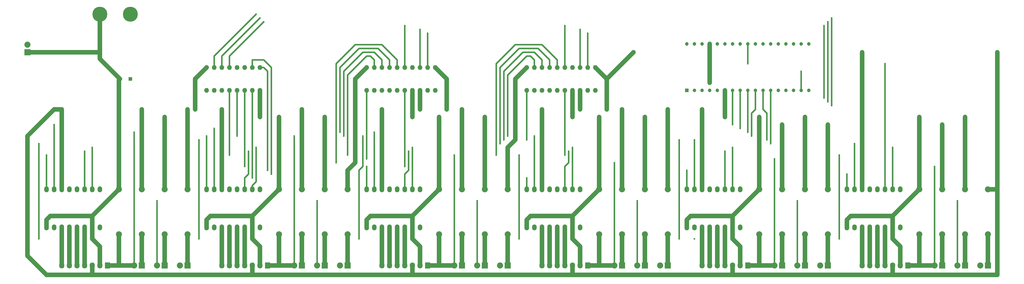
<source format=gbl>
G04 #@! TF.FileFunction,Copper,L2,Bot,Signal*
%FSLAX46Y46*%
G04 Gerber Fmt 4.6, Leading zero omitted, Abs format (unit mm)*
G04 Created by KiCad (PCBNEW 4.0.3-stable) date 09/06/16 09:06:52*
%MOMM*%
%LPD*%
G01*
G04 APERTURE LIST*
%ADD10C,0.100000*%
%ADD11O,1.600000X1.600000*%
%ADD12C,1.200000*%
%ADD13R,1.200000X1.200000*%
%ADD14C,1.998980*%
%ADD15C,1.300000*%
%ADD16R,1.300000X1.300000*%
%ADD17R,1.727200X2.032000*%
%ADD18O,1.727200X2.032000*%
%ADD19R,2.032000X2.032000*%
%ADD20O,2.032000X2.032000*%
%ADD21O,1.500000X2.000000*%
%ADD22C,5.001260*%
%ADD23C,0.600000*%
%ADD24C,1.500000*%
%ADD25C,0.500000*%
G04 APERTURE END LIST*
D10*
D11*
X214630000Y-104140000D03*
X217170000Y-104140000D03*
X219710000Y-104140000D03*
X222250000Y-104140000D03*
X224790000Y-104140000D03*
X227330000Y-104140000D03*
X229870000Y-104140000D03*
X232410000Y-104140000D03*
X234950000Y-104140000D03*
X237490000Y-104140000D03*
X237490000Y-96520000D03*
X234950000Y-96520000D03*
X232410000Y-96520000D03*
X229870000Y-96520000D03*
X227330000Y-96520000D03*
X224790000Y-96520000D03*
X222250000Y-96520000D03*
X219710000Y-96520000D03*
X217170000Y-96520000D03*
X214630000Y-96520000D03*
D12*
X267970000Y-88644000D03*
X270510000Y-88644000D03*
X273050000Y-88644000D03*
X275590000Y-88644000D03*
X278130000Y-88644000D03*
X280670000Y-88644000D03*
X283210000Y-88644000D03*
X285750000Y-88644000D03*
X288290000Y-88644000D03*
X290830000Y-88644000D03*
X293370000Y-88644000D03*
X295910000Y-88644000D03*
X298450000Y-88644000D03*
X300990000Y-88644000D03*
X303530000Y-88644000D03*
X306070000Y-88644000D03*
X308610000Y-88644000D03*
D13*
X267970000Y-104136000D03*
D12*
X270510000Y-104136000D03*
X273050000Y-104136000D03*
X275590000Y-104136000D03*
X278130000Y-104136000D03*
X280670000Y-104136000D03*
X283210000Y-104136000D03*
X285750000Y-104136000D03*
X288290000Y-104136000D03*
X290830000Y-104136000D03*
X293370000Y-104136000D03*
X295910000Y-104136000D03*
X298450000Y-104136000D03*
X300990000Y-104136000D03*
X303530000Y-104136000D03*
X306070000Y-104136000D03*
X308610000Y-104136000D03*
D14*
X353060000Y-137160000D03*
X353060000Y-152160000D03*
D15*
X79050000Y-100330000D03*
D16*
X82550000Y-100330000D03*
D17*
X74930000Y-162560000D03*
D18*
X72390000Y-162560000D03*
X69850000Y-162560000D03*
X67310000Y-162560000D03*
X64770000Y-162560000D03*
X62230000Y-162560000D03*
X59690000Y-162560000D03*
D19*
X86360000Y-162560000D03*
D20*
X83820000Y-162560000D03*
D19*
X93980000Y-162560000D03*
D20*
X91440000Y-162560000D03*
D19*
X101600000Y-162560000D03*
D20*
X99060000Y-162560000D03*
D17*
X128270000Y-162560000D03*
D18*
X125730000Y-162560000D03*
X123190000Y-162560000D03*
X120650000Y-162560000D03*
X118110000Y-162560000D03*
X115570000Y-162560000D03*
X113030000Y-162560000D03*
D19*
X139700000Y-162560000D03*
D20*
X137160000Y-162560000D03*
D11*
X107950000Y-104140000D03*
X110490000Y-104140000D03*
X113030000Y-104140000D03*
X115570000Y-104140000D03*
X118110000Y-104140000D03*
X120650000Y-104140000D03*
X123190000Y-104140000D03*
X125730000Y-104140000D03*
X125730000Y-96520000D03*
X123190000Y-96520000D03*
X120650000Y-96520000D03*
X118110000Y-96520000D03*
X115570000Y-96520000D03*
X113030000Y-96520000D03*
X110490000Y-96520000D03*
X107950000Y-96520000D03*
D19*
X147320000Y-162560000D03*
D20*
X144780000Y-162560000D03*
D19*
X154940000Y-162560000D03*
D20*
X152400000Y-162560000D03*
D17*
X181610000Y-162560000D03*
D18*
X179070000Y-162560000D03*
X176530000Y-162560000D03*
X173990000Y-162560000D03*
X171450000Y-162560000D03*
X168910000Y-162560000D03*
X166370000Y-162560000D03*
D19*
X193040000Y-162560000D03*
D20*
X190500000Y-162560000D03*
D11*
X161290000Y-104140000D03*
X163830000Y-104140000D03*
X166370000Y-104140000D03*
X168910000Y-104140000D03*
X171450000Y-104140000D03*
X173990000Y-104140000D03*
X176530000Y-104140000D03*
X179070000Y-104140000D03*
X181610000Y-104140000D03*
X184150000Y-104140000D03*
X184150000Y-96520000D03*
X181610000Y-96520000D03*
X179070000Y-96520000D03*
X176530000Y-96520000D03*
X173990000Y-96520000D03*
X171450000Y-96520000D03*
X168910000Y-96520000D03*
X166370000Y-96520000D03*
X163830000Y-96520000D03*
X161290000Y-96520000D03*
D19*
X200660000Y-162560000D03*
D20*
X198120000Y-162560000D03*
D19*
X208280000Y-162560000D03*
D20*
X205740000Y-162560000D03*
D17*
X234950000Y-162560000D03*
D18*
X232410000Y-162560000D03*
X229870000Y-162560000D03*
X227330000Y-162560000D03*
X224790000Y-162560000D03*
X222250000Y-162560000D03*
X219710000Y-162560000D03*
D19*
X246380000Y-162560000D03*
D20*
X243840000Y-162560000D03*
D19*
X254000000Y-162560000D03*
D20*
X251460000Y-162560000D03*
D19*
X261620000Y-162560000D03*
D20*
X259080000Y-162560000D03*
D17*
X288290000Y-162560000D03*
D18*
X285750000Y-162560000D03*
X283210000Y-162560000D03*
X280670000Y-162560000D03*
X278130000Y-162560000D03*
X275590000Y-162560000D03*
X273050000Y-162560000D03*
D19*
X299720000Y-162560000D03*
D20*
X297180000Y-162560000D03*
D19*
X307340000Y-162560000D03*
D20*
X304800000Y-162560000D03*
D19*
X314960000Y-162560000D03*
D20*
X312420000Y-162560000D03*
D17*
X341630000Y-162560000D03*
D18*
X339090000Y-162560000D03*
X336550000Y-162560000D03*
X334010000Y-162560000D03*
X331470000Y-162560000D03*
X328930000Y-162560000D03*
X326390000Y-162560000D03*
D19*
X353060000Y-162560000D03*
D20*
X350520000Y-162560000D03*
D19*
X360680000Y-162560000D03*
D20*
X358140000Y-162560000D03*
D19*
X368300000Y-162560000D03*
D20*
X365760000Y-162560000D03*
D14*
X78740000Y-137160000D03*
X78740000Y-152160000D03*
X86360000Y-137160000D03*
X86360000Y-152160000D03*
X93980000Y-137160000D03*
X93980000Y-152160000D03*
X101600000Y-137160000D03*
X101600000Y-152160000D03*
X132080000Y-137160000D03*
X132080000Y-152160000D03*
X139700000Y-137160000D03*
X139700000Y-152160000D03*
X147320000Y-137160000D03*
X147320000Y-152160000D03*
X154940000Y-137160000D03*
X154940000Y-152160000D03*
X185420000Y-137160000D03*
X185420000Y-152160000D03*
X193040000Y-137160000D03*
X193040000Y-152160000D03*
X200660000Y-137160000D03*
X200660000Y-152160000D03*
X208280000Y-137160000D03*
X208280000Y-152160000D03*
X238760000Y-137160000D03*
X238760000Y-152160000D03*
X246380000Y-137160000D03*
X246380000Y-152160000D03*
X254000000Y-137160000D03*
X254000000Y-152160000D03*
X261620000Y-137160000D03*
X261620000Y-152160000D03*
X292100000Y-137160000D03*
X292100000Y-152160000D03*
X299720000Y-137160000D03*
X299720000Y-152160000D03*
X307340000Y-137160000D03*
X307340000Y-152160000D03*
X314960000Y-137160000D03*
X314960000Y-152160000D03*
X345440000Y-137160000D03*
X345440000Y-152160000D03*
X360680000Y-137160000D03*
X360680000Y-152160000D03*
X368300000Y-137160000D03*
X368300000Y-152160000D03*
D21*
X72390000Y-149860000D03*
X72390000Y-137160000D03*
X69850000Y-149860000D03*
X69850000Y-137160000D03*
X67310000Y-149860000D03*
X67310000Y-137160000D03*
X64770000Y-149860000D03*
X64770000Y-137160000D03*
X62230000Y-149860000D03*
X62230000Y-137160000D03*
X59690000Y-149860000D03*
X59690000Y-137160000D03*
X57150000Y-149860000D03*
X57150000Y-137160000D03*
X54610000Y-149860000D03*
X54610000Y-137160000D03*
X125730000Y-149860000D03*
X125730000Y-137160000D03*
X123190000Y-149860000D03*
X123190000Y-137160000D03*
X120650000Y-149860000D03*
X120650000Y-137160000D03*
X118110000Y-149860000D03*
X118110000Y-137160000D03*
X115570000Y-149860000D03*
X115570000Y-137160000D03*
X113030000Y-149860000D03*
X113030000Y-137160000D03*
X110490000Y-149860000D03*
X110490000Y-137160000D03*
X107950000Y-149860000D03*
X107950000Y-137160000D03*
X179070000Y-149860000D03*
X179070000Y-137160000D03*
X176530000Y-149860000D03*
X176530000Y-137160000D03*
X173990000Y-149860000D03*
X173990000Y-137160000D03*
X171450000Y-149860000D03*
X171450000Y-137160000D03*
X168910000Y-149860000D03*
X168910000Y-137160000D03*
X166370000Y-149860000D03*
X166370000Y-137160000D03*
X163830000Y-149860000D03*
X163830000Y-137160000D03*
X161290000Y-149860000D03*
X161290000Y-137160000D03*
X232410000Y-149860000D03*
X232410000Y-137160000D03*
X229870000Y-149860000D03*
X229870000Y-137160000D03*
X227330000Y-149860000D03*
X227330000Y-137160000D03*
X224790000Y-149860000D03*
X224790000Y-137160000D03*
X222250000Y-149860000D03*
X222250000Y-137160000D03*
X219710000Y-149860000D03*
X219710000Y-137160000D03*
X217170000Y-149860000D03*
X217170000Y-137160000D03*
X214630000Y-149860000D03*
X214630000Y-137160000D03*
X285750000Y-149860000D03*
X285750000Y-137160000D03*
X283210000Y-149860000D03*
X283210000Y-137160000D03*
X280670000Y-149860000D03*
X280670000Y-137160000D03*
X278130000Y-149860000D03*
X278130000Y-137160000D03*
X275590000Y-149860000D03*
X275590000Y-137160000D03*
X273050000Y-149860000D03*
X273050000Y-137160000D03*
X270510000Y-149860000D03*
X270510000Y-137160000D03*
X267970000Y-149860000D03*
X267970000Y-137160000D03*
X339090000Y-149860000D03*
X339090000Y-137160000D03*
X336550000Y-149860000D03*
X336550000Y-137160000D03*
X334010000Y-149860000D03*
X334010000Y-137160000D03*
X331470000Y-149860000D03*
X331470000Y-137160000D03*
X328930000Y-149860000D03*
X328930000Y-137160000D03*
X326390000Y-149860000D03*
X326390000Y-137160000D03*
X323850000Y-149860000D03*
X323850000Y-137160000D03*
X321310000Y-149860000D03*
X321310000Y-137160000D03*
D22*
X72390000Y-78740000D03*
X82550000Y-78740000D03*
D19*
X48260000Y-91440000D03*
D20*
X48260000Y-88900000D03*
D23*
X360680000Y-113030000D03*
X307340000Y-113030000D03*
X254000000Y-113030000D03*
X200660000Y-113030000D03*
X147320000Y-113030000D03*
X93980000Y-113030000D03*
X280670000Y-113030000D03*
X176530000Y-113030000D03*
X229870000Y-113030000D03*
X238760000Y-113030000D03*
X275590000Y-101600000D03*
X125730000Y-113030000D03*
X345440000Y-113030000D03*
X292100000Y-113030000D03*
X185420000Y-113030000D03*
X132080000Y-113030000D03*
X78740000Y-113030000D03*
X283210000Y-123190000D03*
X229870000Y-123190000D03*
X124460000Y-123190000D03*
X176530000Y-123190000D03*
X336550000Y-123190000D03*
X69850000Y-123190000D03*
X280670000Y-124460000D03*
X228600000Y-124460000D03*
X121920000Y-124460000D03*
X175260000Y-124460000D03*
X334010000Y-124460000D03*
X67310000Y-124460000D03*
X288290000Y-95250000D03*
X334010000Y-95250000D03*
X173990000Y-137160000D03*
X371475000Y-115570000D03*
X353060000Y-115570000D03*
X299720000Y-115570000D03*
X246380000Y-110490000D03*
X193040000Y-110490000D03*
X139700000Y-110490000D03*
X86360000Y-110490000D03*
X101600000Y-110490000D03*
X261620000Y-110490000D03*
X326390000Y-115570000D03*
X314960000Y-115570000D03*
X326390000Y-91440000D03*
X273050000Y-110490000D03*
X219710000Y-110490000D03*
X166370000Y-110490000D03*
X113030000Y-110490000D03*
X59690000Y-110490000D03*
X250190000Y-91440000D03*
X371475000Y-91440000D03*
X104140000Y-110490000D03*
X157480000Y-110490000D03*
X179070000Y-110490000D03*
X187960000Y-110490000D03*
X210820000Y-110490000D03*
X241300000Y-110490000D03*
X232410000Y-110490000D03*
X173990000Y-82550000D03*
X227330000Y-82550000D03*
X179070000Y-83820000D03*
X232410000Y-83820000D03*
X181610000Y-85090000D03*
X234950000Y-85090000D03*
X313690000Y-106680000D03*
X127000000Y-81280000D03*
X313690000Y-82550000D03*
X314960000Y-107950000D03*
X125730000Y-80010000D03*
X314960000Y-81280000D03*
X316230000Y-109220000D03*
X124460000Y-78740000D03*
X316230000Y-80010000D03*
X306070000Y-97790000D03*
X52070000Y-153670000D03*
X52070000Y-121920000D03*
X205740000Y-121920000D03*
X91440000Y-140970000D03*
X283210000Y-115570000D03*
X57150000Y-115570000D03*
X54610000Y-125730000D03*
X115570000Y-125730000D03*
X83820000Y-118110000D03*
X152400000Y-118110000D03*
X105410000Y-153670000D03*
X105410000Y-120650000D03*
X207010000Y-120650000D03*
X144780000Y-140970000D03*
X110490000Y-116840000D03*
X285750000Y-116840000D03*
X107950000Y-119380000D03*
X118110000Y-119380000D03*
X137160000Y-119380000D03*
X153670000Y-119380000D03*
X120650000Y-129540000D03*
X161290000Y-129540000D03*
X214630000Y-133350000D03*
X123190000Y-133350000D03*
X267970000Y-130810000D03*
X128270000Y-130810000D03*
X321310000Y-132080000D03*
X129540000Y-132080000D03*
X158750000Y-153670000D03*
X160020000Y-119380000D03*
X208280000Y-119380000D03*
X198120000Y-140970000D03*
X163830000Y-118110000D03*
X288290000Y-118110000D03*
X190500000Y-125730000D03*
X154940000Y-125730000D03*
X297180000Y-127000000D03*
X161290000Y-127000000D03*
X350520000Y-129540000D03*
X173990000Y-129540000D03*
X243840000Y-128270000D03*
X151130000Y-128270000D03*
X212090000Y-153670000D03*
X212090000Y-125730000D03*
X204470000Y-125730000D03*
X251460000Y-140970000D03*
X217170000Y-119380000D03*
X289560000Y-119380000D03*
X270510000Y-153670000D03*
X265430000Y-153670000D03*
X265430000Y-120650000D03*
X214630000Y-120650000D03*
X318770000Y-125730000D03*
X227330000Y-125730000D03*
X318770000Y-153670000D03*
X304800000Y-140970000D03*
X270510000Y-120650000D03*
X294640000Y-120650000D03*
X358140000Y-140970000D03*
X323850000Y-121920000D03*
X295910000Y-121920000D03*
D24*
X176530000Y-146050000D02*
X185420000Y-137160000D01*
X360680000Y-137160000D02*
X360680000Y-113030000D01*
X307340000Y-137160000D02*
X307340000Y-113030000D01*
X254000000Y-137160000D02*
X254000000Y-113030000D01*
X200660000Y-137160000D02*
X200660000Y-113030000D01*
X147320000Y-137160000D02*
X147320000Y-113030000D01*
X93980000Y-137160000D02*
X93980000Y-113030000D01*
X280670000Y-104136000D02*
X280670000Y-113030000D01*
X176530000Y-104140000D02*
X176530000Y-113030000D01*
X229870000Y-104140000D02*
X229870000Y-113030000D01*
X238760000Y-137160000D02*
X238760000Y-113030000D01*
X275590000Y-88644000D02*
X275590000Y-101600000D01*
X48260000Y-91440000D02*
X72390000Y-91440000D01*
X125730000Y-104140000D02*
X125730000Y-113030000D01*
X345440000Y-113030000D02*
X345440000Y-137160000D01*
X292100000Y-137160000D02*
X292100000Y-113030000D01*
X185420000Y-137160000D02*
X185420000Y-113030000D01*
X132080000Y-137160000D02*
X132080000Y-113030000D01*
X72390000Y-78740000D02*
X72390000Y-91440000D01*
X72390000Y-91440000D02*
X72390000Y-93670000D01*
X72390000Y-93670000D02*
X79050000Y-100330000D01*
X78740000Y-113030000D02*
X78740000Y-100640000D01*
X78740000Y-100640000D02*
X79050000Y-100330000D01*
X78740000Y-113030000D02*
X78740000Y-137160000D01*
X336550000Y-149860000D02*
X336550000Y-153670000D01*
X339090000Y-156210000D02*
X339090000Y-162560000D01*
X336550000Y-153670000D02*
X339090000Y-156210000D01*
X283210000Y-149860000D02*
X283210000Y-153670000D01*
X285750000Y-156210000D02*
X285750000Y-162560000D01*
X283210000Y-153670000D02*
X285750000Y-156210000D01*
X229870000Y-149860000D02*
X229870000Y-153670000D01*
X232410000Y-156210000D02*
X232410000Y-162560000D01*
X229870000Y-153670000D02*
X232410000Y-156210000D01*
X176530000Y-149860000D02*
X176530000Y-153670000D01*
X179070000Y-156210000D02*
X179070000Y-162560000D01*
X176530000Y-153670000D02*
X179070000Y-156210000D01*
X123190000Y-149860000D02*
X123190000Y-153670000D01*
X125730000Y-156210000D02*
X125730000Y-162560000D01*
X123190000Y-153670000D02*
X125730000Y-156210000D01*
X336550000Y-146050000D02*
X322580000Y-146050000D01*
X321310000Y-147320000D02*
X321310000Y-149860000D01*
X322580000Y-146050000D02*
X321310000Y-147320000D01*
X345440000Y-137160000D02*
X336550000Y-146050000D01*
X336550000Y-146050000D02*
X336550000Y-149860000D01*
X283210000Y-146050000D02*
X269240000Y-146050000D01*
X267970000Y-147320000D02*
X267970000Y-149860000D01*
X269240000Y-146050000D02*
X267970000Y-147320000D01*
X292100000Y-137160000D02*
X283210000Y-146050000D01*
X283210000Y-146050000D02*
X283210000Y-149860000D01*
X229870000Y-146050000D02*
X215900000Y-146050000D01*
X214630000Y-147320000D02*
X214630000Y-149860000D01*
X215900000Y-146050000D02*
X214630000Y-147320000D01*
X238760000Y-137160000D02*
X229870000Y-146050000D01*
X229870000Y-146050000D02*
X229870000Y-149860000D01*
X162560000Y-146050000D02*
X161290000Y-147320000D01*
X176530000Y-146050000D02*
X162560000Y-146050000D01*
X161290000Y-147320000D02*
X161290000Y-149860000D01*
X176530000Y-149860000D02*
X176530000Y-146050000D01*
X123190000Y-146050000D02*
X109220000Y-146050000D01*
X107950000Y-147320000D02*
X107950000Y-149860000D01*
X109220000Y-146050000D02*
X107950000Y-147320000D01*
X132080000Y-137160000D02*
X123190000Y-146050000D01*
X123190000Y-146050000D02*
X123190000Y-149860000D01*
X69850000Y-146050000D02*
X55880000Y-146050000D01*
X54610000Y-147320000D02*
X54610000Y-149860000D01*
X55880000Y-146050000D02*
X54610000Y-147320000D01*
X69850000Y-149860000D02*
X69850000Y-146050000D01*
X69850000Y-146050000D02*
X78740000Y-137160000D01*
X69850000Y-149860000D02*
X69850000Y-153670000D01*
X72390000Y-156210000D02*
X72390000Y-162560000D01*
X69850000Y-153670000D02*
X72390000Y-156210000D01*
D25*
X283210000Y-137160000D02*
X283210000Y-123190000D01*
X229870000Y-137160000D02*
X229870000Y-123190000D01*
X123190000Y-137160000D02*
X123190000Y-135890000D01*
X124460000Y-134620000D02*
X124460000Y-123190000D01*
X123190000Y-135890000D02*
X124460000Y-134620000D01*
X176530000Y-137160000D02*
X176530000Y-123190000D01*
X69850000Y-137160000D02*
X69850000Y-123190000D01*
X336550000Y-123190000D02*
X336550000Y-137160000D01*
X280670000Y-137160000D02*
X280670000Y-124460000D01*
X227330000Y-137160000D02*
X227330000Y-129540000D01*
X228600000Y-128270000D02*
X228600000Y-124460000D01*
X227330000Y-129540000D02*
X228600000Y-128270000D01*
X120650000Y-137160000D02*
X120650000Y-133350000D01*
X121920000Y-132080000D02*
X121920000Y-124460000D01*
X120650000Y-133350000D02*
X121920000Y-132080000D01*
X173990000Y-137160000D02*
X173990000Y-132080000D01*
X175260000Y-130810000D02*
X175260000Y-124460000D01*
X173990000Y-132080000D02*
X175260000Y-130810000D01*
X67310000Y-137160000D02*
X67310000Y-124460000D01*
X288290000Y-88644000D02*
X288290000Y-95250000D01*
X334010000Y-95250000D02*
X334010000Y-124460000D01*
X334010000Y-124460000D02*
X334010000Y-137160000D01*
D24*
X48260000Y-159385000D02*
X48260000Y-119380000D01*
X54610000Y-165735000D02*
X48260000Y-159385000D01*
X69850000Y-165735000D02*
X54610000Y-165735000D01*
X57150000Y-110490000D02*
X59690000Y-110490000D01*
X48260000Y-119380000D02*
X57150000Y-110490000D01*
X353060000Y-137160000D02*
X353060000Y-115570000D01*
X299720000Y-137160000D02*
X299720000Y-115570000D01*
X246380000Y-137160000D02*
X246380000Y-110490000D01*
X193040000Y-137160000D02*
X193040000Y-110490000D01*
X139700000Y-137160000D02*
X139700000Y-110490000D01*
X86360000Y-137160000D02*
X86360000Y-110490000D01*
X154940000Y-137160000D02*
X154940000Y-130810000D01*
X157480000Y-128270000D02*
X157480000Y-110490000D01*
X154940000Y-130810000D02*
X157480000Y-128270000D01*
X101600000Y-137160000D02*
X101600000Y-110490000D01*
X208280000Y-137160000D02*
X208280000Y-123190000D01*
X210820000Y-120650000D02*
X210820000Y-110490000D01*
X208280000Y-123190000D02*
X210820000Y-120650000D01*
X261620000Y-137160000D02*
X261620000Y-110490000D01*
X314960000Y-137160000D02*
X314960000Y-115570000D01*
X368300000Y-137160000D02*
X371475000Y-137160000D01*
X326390000Y-137160000D02*
X326390000Y-115570000D01*
X326390000Y-115570000D02*
X326390000Y-91440000D01*
X273050000Y-137160000D02*
X273050000Y-110490000D01*
X219710000Y-137160000D02*
X219710000Y-110490000D01*
X166370000Y-137160000D02*
X166370000Y-110490000D01*
X113030000Y-137160000D02*
X113030000Y-110490000D01*
X59690000Y-110490000D02*
X59690000Y-137160000D01*
X241300000Y-100330000D02*
X250190000Y-91440000D01*
X371475000Y-165735000D02*
X336550000Y-165735000D01*
X371475000Y-91440000D02*
X371475000Y-115570000D01*
X371475000Y-115570000D02*
X371475000Y-137160000D01*
X371475000Y-137160000D02*
X371475000Y-165735000D01*
X104140000Y-100330000D02*
X107950000Y-96520000D01*
X104140000Y-110490000D02*
X104140000Y-100330000D01*
X157480000Y-100330000D02*
X157480000Y-110490000D01*
X157480000Y-100330000D02*
X161290000Y-96520000D01*
X179070000Y-110490000D02*
X179070000Y-104140000D01*
X187960000Y-100330000D02*
X187960000Y-110490000D01*
X187960000Y-100330000D02*
X184150000Y-96520000D01*
X210820000Y-100330000D02*
X210820000Y-110490000D01*
X210820000Y-100330000D02*
X214630000Y-96520000D01*
X241300000Y-100330000D02*
X241300000Y-110490000D01*
X232410000Y-110490000D02*
X232410000Y-104140000D01*
X237490000Y-96520000D02*
X241300000Y-100330000D01*
X123190000Y-162560000D02*
X123190000Y-165735000D01*
X176530000Y-162560000D02*
X176530000Y-165735000D01*
X229870000Y-162560000D02*
X229870000Y-165735000D01*
X283210000Y-162560000D02*
X283210000Y-165735000D01*
X69850000Y-162560000D02*
X69850000Y-165735000D01*
X336550000Y-165735000D02*
X336550000Y-162560000D01*
X69850000Y-165735000D02*
X123190000Y-165735000D01*
X123190000Y-165735000D02*
X176530000Y-165735000D01*
X176530000Y-165735000D02*
X229870000Y-165735000D01*
X229870000Y-165735000D02*
X283210000Y-165735000D01*
X283210000Y-165735000D02*
X336550000Y-165735000D01*
X59690000Y-162560000D02*
X59690000Y-149860000D01*
X62230000Y-149860000D02*
X62230000Y-162560000D01*
X64770000Y-149860000D02*
X64770000Y-162560000D01*
X67310000Y-149860000D02*
X67310000Y-162560000D01*
X86360000Y-162560000D02*
X86360000Y-152160000D01*
X93980000Y-162560000D02*
X93980000Y-152160000D01*
X101600000Y-162560000D02*
X101600000Y-152160000D01*
X113030000Y-149860000D02*
X113030000Y-162560000D01*
X115570000Y-149860000D02*
X115570000Y-162560000D01*
X118110000Y-149860000D02*
X118110000Y-162560000D01*
X120650000Y-149860000D02*
X120650000Y-162560000D01*
X139700000Y-152160000D02*
X139700000Y-162560000D01*
D25*
X173990000Y-96520000D02*
X173990000Y-82550000D01*
X227330000Y-96520000D02*
X227330000Y-82550000D01*
X179070000Y-96520000D02*
X179070000Y-83820000D01*
X232410000Y-96520000D02*
X232410000Y-83820000D01*
X181610000Y-96520000D02*
X181610000Y-85090000D01*
X234950000Y-96520000D02*
X234950000Y-85090000D01*
X115570000Y-96520000D02*
X115570000Y-92710000D01*
X127000000Y-81280000D02*
X115570000Y-92710000D01*
X313690000Y-106680000D02*
X313690000Y-82550000D01*
X113030000Y-96520000D02*
X113030000Y-92710000D01*
X125730000Y-80010000D02*
X113030000Y-92710000D01*
X314960000Y-107950000D02*
X314960000Y-81280000D01*
X110490000Y-96520000D02*
X110490000Y-92710000D01*
X124460000Y-78740000D02*
X110490000Y-92710000D01*
X316230000Y-109220000D02*
X316230000Y-80010000D01*
D24*
X147320000Y-152160000D02*
X147320000Y-162560000D01*
X154940000Y-152160000D02*
X154940000Y-162560000D01*
X166370000Y-149860000D02*
X166370000Y-162560000D01*
X168910000Y-149860000D02*
X168910000Y-162560000D01*
X171450000Y-149860000D02*
X171450000Y-162560000D01*
X173990000Y-149860000D02*
X173990000Y-162560000D01*
X193040000Y-152160000D02*
X193040000Y-162560000D01*
D25*
X306070000Y-97790000D02*
X306070000Y-104136000D01*
D24*
X200660000Y-152160000D02*
X200660000Y-162560000D01*
X208280000Y-152160000D02*
X208280000Y-162560000D01*
X219710000Y-149860000D02*
X219710000Y-162560000D01*
X222250000Y-149860000D02*
X222250000Y-162560000D01*
X224790000Y-149860000D02*
X224790000Y-162560000D01*
X227330000Y-149860000D02*
X227330000Y-162560000D01*
X246380000Y-162560000D02*
X246380000Y-152160000D01*
X254000000Y-162560000D02*
X254000000Y-152160000D01*
X261620000Y-162560000D02*
X261620000Y-152160000D01*
X273050000Y-149860000D02*
X273050000Y-162560000D01*
X275590000Y-149860000D02*
X275590000Y-162560000D01*
X278130000Y-149860000D02*
X278130000Y-162560000D01*
X280670000Y-149860000D02*
X280670000Y-162560000D01*
X299720000Y-152160000D02*
X299720000Y-162560000D01*
X307340000Y-152160000D02*
X307340000Y-162560000D01*
X314960000Y-152160000D02*
X314960000Y-162560000D01*
X326390000Y-149860000D02*
X326390000Y-162560000D01*
X328930000Y-149860000D02*
X328930000Y-162560000D01*
X331470000Y-149860000D02*
X331470000Y-162560000D01*
X334010000Y-149860000D02*
X334010000Y-162560000D01*
X353060000Y-152160000D02*
X353060000Y-162560000D01*
X360680000Y-152160000D02*
X360680000Y-162560000D01*
X368300000Y-152160000D02*
X368300000Y-162560000D01*
D25*
X222250000Y-96520000D02*
X222250000Y-93980000D01*
X52070000Y-121920000D02*
X52070000Y-153670000D01*
X205740000Y-96520000D02*
X205740000Y-121920000D01*
X212090000Y-90170000D02*
X205740000Y-96520000D01*
X218440000Y-90170000D02*
X212090000Y-90170000D01*
X222250000Y-93980000D02*
X218440000Y-90170000D01*
X91440000Y-162560000D02*
X91440000Y-140970000D01*
X283210000Y-104136000D02*
X283210000Y-115570000D01*
X57150000Y-115570000D02*
X57150000Y-137160000D01*
X115570000Y-104140000D02*
X115570000Y-125730000D01*
X54610000Y-125730000D02*
X54610000Y-137160000D01*
X152400000Y-96520000D02*
X152400000Y-118110000D01*
X168910000Y-93980000D02*
X165100000Y-90170000D01*
X165100000Y-90170000D02*
X158750000Y-90170000D01*
X158750000Y-90170000D02*
X152400000Y-96520000D01*
X168910000Y-96520000D02*
X168910000Y-93980000D01*
X83820000Y-118110000D02*
X83820000Y-162560000D01*
D24*
X78740000Y-162560000D02*
X78740000Y-152160000D01*
X74930000Y-162560000D02*
X78740000Y-162560000D01*
X78740000Y-162560000D02*
X83820000Y-162560000D01*
D25*
X219710000Y-96520000D02*
X219710000Y-93980000D01*
X105410000Y-120650000D02*
X105410000Y-153670000D01*
X207010000Y-97790000D02*
X207010000Y-120650000D01*
X213360000Y-91440000D02*
X207010000Y-97790000D01*
X217170000Y-91440000D02*
X213360000Y-91440000D01*
X219710000Y-93980000D02*
X217170000Y-91440000D01*
X144780000Y-162560000D02*
X144780000Y-140970000D01*
X285750000Y-104136000D02*
X285750000Y-116840000D01*
X110490000Y-116840000D02*
X110490000Y-137160000D01*
X118110000Y-104140000D02*
X118110000Y-119380000D01*
X107950000Y-119380000D02*
X107950000Y-137160000D01*
X153670000Y-97790000D02*
X153670000Y-119380000D01*
X160020000Y-91440000D02*
X153670000Y-97790000D01*
X166370000Y-96520000D02*
X166370000Y-93980000D01*
X166370000Y-93980000D02*
X163830000Y-91440000D01*
X163830000Y-91440000D02*
X160020000Y-91440000D01*
X137160000Y-119380000D02*
X137160000Y-162560000D01*
D24*
X132080000Y-152160000D02*
X132080000Y-162560000D01*
X128270000Y-162560000D02*
X132080000Y-162560000D01*
X132080000Y-162560000D02*
X137160000Y-162560000D01*
D25*
X161290000Y-137160000D02*
X161290000Y-129540000D01*
X120650000Y-129540000D02*
X120650000Y-104140000D01*
X123190000Y-104140000D02*
X123190000Y-133350000D01*
X214630000Y-133350000D02*
X214630000Y-137160000D01*
X125730000Y-96520000D02*
X127000000Y-96520000D01*
X267970000Y-130810000D02*
X267970000Y-137160000D01*
X128270000Y-97790000D02*
X128270000Y-130810000D01*
X127000000Y-96520000D02*
X128270000Y-97790000D01*
X123190000Y-96520000D02*
X123190000Y-93980000D01*
X321310000Y-132080000D02*
X321310000Y-137160000D01*
X129540000Y-96520000D02*
X129540000Y-132080000D01*
X127000000Y-93980000D02*
X129540000Y-96520000D01*
X123190000Y-93980000D02*
X127000000Y-93980000D01*
X158750000Y-153670000D02*
X158750000Y-130810000D01*
X160020000Y-129540000D02*
X160020000Y-119380000D01*
X158750000Y-130810000D02*
X160020000Y-129540000D01*
X217170000Y-96520000D02*
X217170000Y-93980000D01*
X217170000Y-93980000D02*
X215900000Y-92710000D01*
X215900000Y-92710000D02*
X214630000Y-92710000D01*
X214630000Y-92710000D02*
X208280000Y-99060000D01*
X208280000Y-99060000D02*
X208280000Y-119380000D01*
X198120000Y-140970000D02*
X198120000Y-162560000D01*
X288290000Y-104136000D02*
X288290000Y-118110000D01*
X163830000Y-118110000D02*
X163830000Y-137160000D01*
X154940000Y-99060000D02*
X154940000Y-125730000D01*
X163830000Y-93980000D02*
X162560000Y-92710000D01*
X162560000Y-92710000D02*
X161290000Y-92710000D01*
X161290000Y-92710000D02*
X154940000Y-99060000D01*
X163830000Y-96520000D02*
X163830000Y-93980000D01*
X190500000Y-125730000D02*
X190500000Y-162560000D01*
D24*
X185420000Y-152160000D02*
X185420000Y-162560000D01*
X181610000Y-162560000D02*
X185420000Y-162560000D01*
X185420000Y-162560000D02*
X190500000Y-162560000D01*
D25*
X161290000Y-104140000D02*
X161290000Y-127000000D01*
X297180000Y-127000000D02*
X297180000Y-162560000D01*
D24*
X292100000Y-152160000D02*
X292100000Y-162560000D01*
X288290000Y-162560000D02*
X292100000Y-162560000D01*
X292100000Y-162560000D02*
X297180000Y-162560000D01*
D25*
X173990000Y-104140000D02*
X173990000Y-129540000D01*
X350520000Y-129540000D02*
X350520000Y-162560000D01*
D24*
X345440000Y-152160000D02*
X345440000Y-162560000D01*
X341630000Y-162560000D02*
X345440000Y-162560000D01*
X345440000Y-162560000D02*
X350520000Y-162560000D01*
D25*
X171450000Y-96520000D02*
X171450000Y-93980000D01*
X157480000Y-88900000D02*
X151130000Y-95250000D01*
X166370000Y-88900000D02*
X157480000Y-88900000D01*
X171450000Y-93980000D02*
X166370000Y-88900000D01*
X243840000Y-128270000D02*
X243840000Y-162560000D01*
X151130000Y-128270000D02*
X151130000Y-95250000D01*
D24*
X238760000Y-152160000D02*
X238760000Y-162560000D01*
X234950000Y-162560000D02*
X238760000Y-162560000D01*
X238760000Y-162560000D02*
X243840000Y-162560000D01*
D25*
X224790000Y-96520000D02*
X224790000Y-93980000D01*
X212090000Y-125730000D02*
X212090000Y-153670000D01*
X204470000Y-95250000D02*
X204470000Y-125730000D01*
X210820000Y-88900000D02*
X204470000Y-95250000D01*
X219710000Y-88900000D02*
X210820000Y-88900000D01*
X224790000Y-93980000D02*
X219710000Y-88900000D01*
X251460000Y-140970000D02*
X251460000Y-162560000D01*
X290830000Y-104136000D02*
X290830000Y-110490000D01*
X217170000Y-119380000D02*
X217170000Y-137160000D01*
X289560000Y-111760000D02*
X289560000Y-119380000D01*
X290830000Y-110490000D02*
X289560000Y-111760000D01*
X214630000Y-104140000D02*
X214630000Y-120650000D01*
X265430000Y-120650000D02*
X265430000Y-153670000D01*
X227330000Y-104140000D02*
X227330000Y-125730000D01*
X318770000Y-125730000D02*
X318770000Y-153670000D01*
X304800000Y-140970000D02*
X304800000Y-162560000D01*
X293370000Y-104136000D02*
X293370000Y-110490000D01*
X270510000Y-120650000D02*
X270510000Y-137160000D01*
X294640000Y-111760000D02*
X294640000Y-120650000D01*
X293370000Y-110490000D02*
X294640000Y-111760000D01*
X358140000Y-140970000D02*
X358140000Y-162560000D01*
X295910000Y-104136000D02*
X295910000Y-121920000D01*
X323850000Y-121920000D02*
X323850000Y-137160000D01*
M02*

</source>
